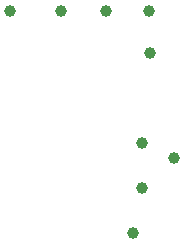
<source format=gtp>
G04*
G04 #@! TF.GenerationSoftware,Altium Limited,Altium Designer,23.0.1 (38)*
G04*
G04 Layer_Color=8421504*
%FSLAX43Y43*%
%MOMM*%
G71*
G04*
G04 #@! TF.SameCoordinates,389A4634-ECA2-436D-B02D-3AC99B3800AC*
G04*
G04*
G04 #@! TF.FilePolarity,Positive*
G04*
G01*
G75*
%ADD12C,1.000*%
D12*
X26607Y57277D02*
D03*
X34671D02*
D03*
X37717Y42291D02*
D03*
X38442Y53721D02*
D03*
X38381Y57250D02*
D03*
X36957Y38473D02*
D03*
X30861Y57277D02*
D03*
X37719Y46101D02*
D03*
X40506Y44831D02*
D03*
M02*

</source>
